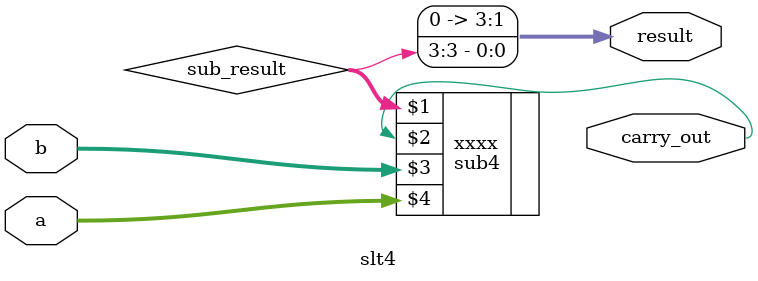
<source format=v>
module slt4(result, carry_out,a, b);
input [3:0]a;
input[3:0]b;
output [3:0]result;
output carry_out;
wire [3:0]sub_result;


//find the result of the a-b
sub4 xxxx(sub_result,carry_out,b,a);
//slt result 
assign result = {3'b0,sub_result[3]};



endmodule
</source>
